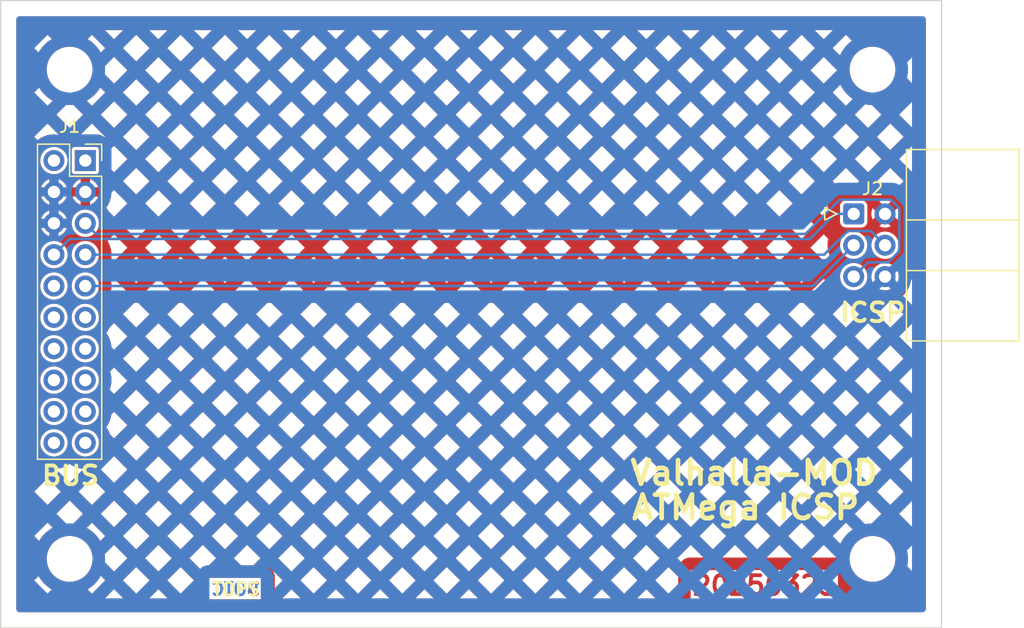
<source format=kicad_pcb>
(kicad_pcb (version 20241229) (generator "pcbnew") (generator_version "9.0")
  (title_block (title "Valhalla MOD PSU") (date "2025-01-06") (rev "1"))
  (layers (0 "F.Cu" signal) (2 "B.Cu" signal) (13 "F.Paste" user) (15 "B.Paste" user) (5 "F.SilkS" user "F.Silkscreen") (7 "B.SilkS" user "B.Silkscreen") (1 "F.Mask" user) (3 "B.Mask" user) (25 "Edge.Cuts" user))
  (net 0 "")
  (net 1 "/DGND")
  (net 3 "/MOSI")
  (net 10 "/DVCC")
  (net 11 "/SCK")
  (net 13 "/~{RESET}")
  (net 16 "/MISO")
  (footprint "MountingHole:MountingHole_3.2mm_M3_ISO7380" (layer "F.Cu") (at 139.192 41.148)
    (property "Reference" "H1" (hide yes))
    (property "Value" "UI")
    (pad "" np_thru_hole circle (at 0 0) (size 3.2 3.2) (drill 3.2) (layers "*.Cu" "*.Mask"))
  )
  (footprint "Connector_IDC:IDC-Header_2x03_P2.54mm_Horizontal" (layer "F.Cu") (at 137.668 52.832)
    (property "Reference" "J2" (at 1.524 -2.032 0) (layer "F.SilkS"))
    (property "Value" "AVR-ISP-6")
    (fp_line (start -2.35 -0.5) (end -2.35 0.5) (stroke (width 0.12)) (layer "F.SilkS"))
    (fp_line (start -2.35 0.5) (end -1.35 0) (stroke (width 0.12)) (layer "F.SilkS"))
    (fp_line (start -1.35 0) (end -2.35 -0.5) (stroke (width 0.12)) (layer "F.SilkS"))
    (fp_line (start 4.27 -5.21) (end 13.39 -5.21) (stroke (width 0.12)) (layer "F.SilkS"))
    (fp_line (start 4.27 0.49) (end 13.39 0.49) (stroke (width 0.12)) (layer "F.SilkS"))
    (fp_line (start 4.27 4.59) (end 13.39 4.59) (stroke (width 0.12)) (layer "F.SilkS"))
    (fp_line (start 4.27 10.29) (end 4.27 -5.21) (stroke (width 0.12)) (layer "F.SilkS"))
    (fp_line (start 13.39 -5.21) (end 13.39 10.29) (stroke (width 0.12)) (layer "F.SilkS"))
    (fp_line (start 13.39 10.29) (end 4.27 10.29) (stroke (width 0.12)) (layer "F.SilkS"))
    (pad "1" thru_hole roundrect (at 0 0) (size 1.7 1.7) (drill 1) (layers "*.Cu" "*.Mask") (roundrect_rratio 0.147059) (net 16 "/MISO"))
    (pad "2" thru_hole circle (at 2.54 0) (size 1.7 1.7) (drill 1) (layers "*.Cu" "*.Mask") (net 10 "/DVCC"))
    (pad "3" thru_hole circle (at 0 2.54) (size 1.7 1.7) (drill 1) (layers "*.Cu" "*.Mask") (net 11 "/SCK"))
    (pad "4" thru_hole circle (at 2.54 2.54) (size 1.7 1.7) (drill 1) (layers "*.Cu" "*.Mask") (net 3 "/MOSI"))
    (pad "5" thru_hole circle (at 0 5.08) (size 1.7 1.7) (drill 1) (layers "*.Cu" "*.Mask") (net 13 "/~{RESET}"))
    (pad "6" thru_hole circle (at 2.54 5.08) (size 1.7 1.7) (drill 1) (layers "*.Cu" "*.Mask") (net 1 "/DGND"))
  )
  (footprint "MountingHole:MountingHole_3.2mm_M3_ISO7380" (layer "F.Cu") (at 74.168 80.772)
    (property "Reference" "H4" (hide yes))
    (property "Value" "BUS")
    (pad "" np_thru_hole circle (at 0 0) (size 3.2 3.2) (drill 3.2) (layers "*.Cu" "*.Mask"))
  )
  (footprint "MountingHole:MountingHole_3.2mm_M3_ISO7380" (layer "F.Cu") (at 139.192 80.772)
    (property "Reference" "H2" (hide yes))
    (property "Value" "UI")
    (pad "" np_thru_hole circle (at 0 0) (size 3.2 3.2) (drill 3.2) (layers "*.Cu" "*.Mask"))
  )
  (footprint "Connector_PinSocket_2.54mm:PinSocket_2x10_P2.54mm_Vertical" (layer "F.Cu") (at 75.438 48.514)
    (property "Reference" "J1" (at -1.27 -2.77 0) (layer "F.SilkS"))
    (property "Value" "BUS")
    (fp_line (start -3.87 -1.33) (end -3.87 24.19) (stroke (width 0.12)) (layer "F.SilkS"))
    (fp_line (start -3.87 -1.33) (end -1.27 -1.33) (stroke (width 0.12)) (layer "F.SilkS"))
    (fp_line (start -3.87 24.19) (end 1.33 24.19) (stroke (width 0.12)) (layer "F.SilkS"))
    (fp_line (start -1.27 -1.33) (end -1.27 1.27) (stroke (width 0.12)) (layer "F.SilkS"))
    (fp_line (start -1.27 1.27) (end 1.33 1.27) (stroke (width 0.12)) (layer "F.SilkS"))
    (fp_line (start 0 -1.33) (end 1.33 -1.33) (stroke (width 0.12)) (layer "F.SilkS"))
    (fp_line (start 1.33 -1.33) (end 1.33 0) (stroke (width 0.12)) (layer "F.SilkS"))
    (fp_line (start 1.33 1.27) (end 1.33 24.19) (stroke (width 0.12)) (layer "F.SilkS"))
    (pad "1" thru_hole rect (at 0 0) (size 1.7 1.7) (drill 1) (layers "*.Cu" "*.Mask"))
    (pad "2" thru_hole oval (at -2.54 0) (size 1.7 1.7) (drill 1) (layers "*.Cu" "*.Mask"))
    (pad "3" thru_hole oval (at 0 2.54) (size 1.7 1.7) (drill 1) (layers "*.Cu" "*.Mask") (net 10 "/DVCC"))
    (pad "4" thru_hole oval (at -2.54 2.54) (size 1.7 1.7) (drill 1) (layers "*.Cu" "*.Mask") (net 1 "/DGND"))
    (pad "5" thru_hole oval (at 0 5.08) (size 1.7 1.7) (drill 1) (layers "*.Cu" "*.Mask") (net 13 "/~{RESET}"))
    (pad "6" thru_hole oval (at -2.54 5.08) (size 1.7 1.7) (drill 1) (layers "*.Cu" "*.Mask") (net 1 "/DGND"))
    (pad "7" thru_hole oval (at 0 7.62) (size 1.7 1.7) (drill 1) (layers "*.Cu" "*.Mask") (net 3 "/MOSI"))
    (pad "8" thru_hole oval (at -2.54 7.62) (size 1.7 1.7) (drill 1) (layers "*.Cu" "*.Mask") (net 16 "/MISO"))
    (pad "9" thru_hole oval (at 0 10.16) (size 1.7 1.7) (drill 1) (layers "*.Cu" "*.Mask") (net 11 "/SCK"))
    (pad "10" thru_hole oval (at -2.54 10.16) (size 1.7 1.7) (drill 1) (layers "*.Cu" "*.Mask"))
    (pad "11" thru_hole oval (at 0 12.7) (size 1.7 1.7) (drill 1) (layers "*.Cu" "*.Mask"))
    (pad "12" thru_hole oval (at -2.54 12.7) (size 1.7 1.7) (drill 1) (layers "*.Cu" "*.Mask"))
    (pad "13" thru_hole oval (at 0 15.24) (size 1.7 1.7) (drill 1) (layers "*.Cu" "*.Mask"))
    (pad "14" thru_hole oval (at -2.54 15.24) (size 1.7 1.7) (drill 1) (layers "*.Cu" "*.Mask"))
    (pad "15" thru_hole oval (at 0 17.78) (size 1.7 1.7) (drill 1) (layers "*.Cu" "*.Mask"))
    (pad "16" thru_hole oval (at -2.54 17.78) (size 1.7 1.7) (drill 1) (layers "*.Cu" "*.Mask"))
    (pad "17" thru_hole oval (at 0 20.32) (size 1.7 1.7) (drill 1) (layers "*.Cu" "*.Mask"))
    (pad "18" thru_hole oval (at -2.54 20.32) (size 1.7 1.7) (drill 1) (layers "*.Cu" "*.Mask"))
    (pad "19" thru_hole oval (at 0 22.86) (size 1.7 1.7) (drill 1) (layers "*.Cu" "*.Mask"))
    (pad "20" thru_hole oval (at -2.54 22.86) (size 1.7 1.7) (drill 1) (layers "*.Cu" "*.Mask"))
  )
  (footprint "MountingHole:MountingHole_3.2mm_M3_ISO7380" (layer "F.Cu") (at 74.168 41.148)
    (property "Reference" "H3" (hide yes))
    (property "Value" "BUS")
    (pad "" np_thru_hole circle (at 0 0) (size 3.2 3.2) (drill 3.2) (layers "*.Cu" "*.Mask"))
  )
  (gr_rect (start 68.58 35.56) (end 144.78 86.36) (stroke (width 0.1)) (fill no) (layer "Edge.Cuts"))
  (gr_text "20250325" (at 124.46 83.82 0) (layer "F.Cu") (effects (font (size 1.524 1.524) (thickness 0.3048) (bold yes)) (justify left bottom)))
  (gr_text "TOPC" (at 85.598 83.82 0) (layer "F.Cu") (effects (font (size 1.016 1.016) (thickness 0.2032) (bold yes)) (justify left bottom)))
  (gr_text "BOTC" (at 89.662 83.82 0) (layer "B.Cu") (effects (font (size 1.016 1.016) (thickness 0.2032) (bold yes)) (justify left bottom mirror)))
  (gr_text "ICSP" (at 136.398 61.722 0) (layer "F.SilkS") (effects (font (size 1.524 1.524) (thickness 0.3048) (bold yes)) (justify left bottom)))
  (gr_text "BUS" (at 71.755 74.93 0) (layer "F.SilkS") (effects (font (size 1.524 1.524) (thickness 0.3048) (bold yes)) (justify left bottom)))
  (gr_text "ATMega ICSP" (at 119.507 77.724 0) (layer "F.SilkS") (effects (font (size 1.905 1.905) (thickness 0.381) (bold yes)) (justify left bottom)))
  (gr_text "Valhalla-MOD" (at 119.38 74.93 0) (layer "F.SilkS") (effects (font (size 1.905 1.905) (thickness 0.381) (bold yes)) (justify left bottom)))
  (gr_text "TOPS" (at 85.598 83.82 0) (layer "F.SilkS") (effects (font (size 1.016 1.016) (thickness 0.2032) (bold yes)) (justify left bottom)))
  (segment (start 75.438 56.134) (end 135.272866 56.134) (width 0.2032) (layer "B.Cu") (net 3))
  (segment (start 137.189666 54.2172) (end 139.0532 54.2172) (width 0.2032) (layer "B.Cu") (net 3))
  (segment (start 135.272866 56.134) (end 137.189666 54.2172) (width 0.2032) (layer "B.Cu") (net 3))
  (segment (start 139.0532 54.2172) (end 140.208 55.372) (width 0.2032) (layer "B.Cu") (net 3))
  (segment (start 134.366 58.674) (end 137.668 55.372) (width 0.2032) (layer "B.Cu") (net 11))
  (segment (start 75.438 58.674) (end 134.366 58.674) (width 0.2032) (layer "B.Cu") (net 11))
  (segment (start 75.438 53.594) (end 76.3016 54.4576) (width 0.2032) (layer "B.Cu") (net 13))
  (segment (start 141.3628 52.353666) (end 141.3628 55.850334) (width 0.2032) (layer "B.Cu") (net 13))
  (segment (start 76.3016 54.4576) (end 133.7564 54.4576) (width 0.2032) (layer "B.Cu") (net 13))
  (segment (start 136.5368 51.6772) (end 140.686334 51.6772) (width 0.2032) (layer "B.Cu") (net 13))
  (segment (start 140.686334 51.6772) (end 141.3628 52.353666) (width 0.2032) (layer "B.Cu") (net 13))
  (segment (start 138.8228 56.7572) (end 137.668 57.912) (width 0.2032) (layer "B.Cu") (net 13))
  (segment (start 133.7564 54.4576) (end 136.5368 51.6772) (width 0.2032) (layer "B.Cu") (net 13))
  (segment (start 141.3628 55.850334) (end 140.455934 56.7572) (width 0.2032) (layer "B.Cu") (net 13))
  (segment (start 140.455934 56.7572) (end 138.8228 56.7572) (width 0.2032) (layer "B.Cu") (net 13))
  (segment (start 136.144 52.832) (end 137.668 52.832) (width 0.2032) (layer "B.Cu") (net 16))
  (segment (start 74.168 54.864) (end 134.112 54.864) (width 0.2032) (layer "B.Cu") (net 16))
  (segment (start 72.898 56.134) (end 74.168 54.864) (width 0.2032) (layer "B.Cu") (net 16))
  (segment (start 134.112 54.864) (end 136.144 52.832) (width 0.2032) (layer "B.Cu") (net 16))
  (zone (net 10) (net_name "/DVCC") (layer "F.Cu") (connect_pads (clearance 0.254)) (min_thickness 0.2032) (fill yes (mode hatch) (thermal_gap 0.254) (thermal_bridge_width 0.762) (smoothing fillet) (radius 0.254) (hatch_thickness 1.016) (hatch_gap 1.524) (hatch_orientation 45) (hatch_border_algorithm hatch_thickness) (hatch_min_hole_area 0.3))
    (polygon (pts (xy 69.85 36.83) (xy 143.51 36.83) (xy 143.51 85.09) (xy 69.85 85.09)))
  )
  (zone (net 1) (net_name "/DGND") (layer "B.Cu") (connect_pads (clearance 0.254)) (min_thickness 0.2032) (fill yes (mode hatch) (thermal_gap 0.254) (thermal_bridge_width 0.762) (smoothing fillet) (radius 0.254) (hatch_thickness 1.016) (hatch_gap 1.524) (hatch_orientation 45) (hatch_border_algorithm hatch_thickness) (hatch_min_hole_area 0.3))
    (polygon (pts (xy 69.85 36.83) (xy 143.51 36.83) (xy 143.51 85.09) (xy 69.85 85.09)))
  )
)
</source>
